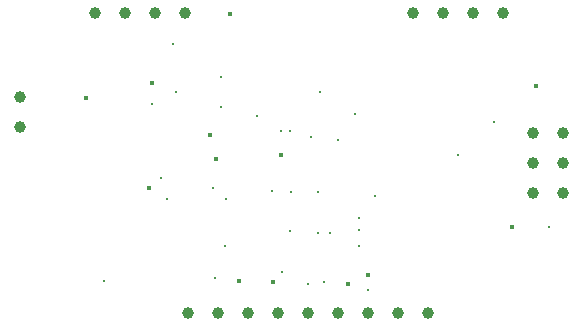
<source format=gbr>
%TF.GenerationSoftware,KiCad,Pcbnew,8.0.8*%
%TF.CreationDate,2025-02-03T21:22:47-04:00*%
%TF.ProjectId,ATMega328P-512K-Datalogger-2L,41544d65-6761-4333-9238-502d3531324b,1*%
%TF.SameCoordinates,Original*%
%TF.FileFunction,Plated,1,2,PTH,Drill*%
%TF.FilePolarity,Positive*%
%FSLAX46Y46*%
G04 Gerber Fmt 4.6, Leading zero omitted, Abs format (unit mm)*
G04 Created by KiCad (PCBNEW 8.0.8) date 2025-02-03 21:22:47*
%MOMM*%
%LPD*%
G01*
G04 APERTURE LIST*
%TA.AperFunction,ViaDrill*%
%ADD10C,0.300000*%
%TD*%
%TA.AperFunction,ViaDrill*%
%ADD11C,0.400000*%
%TD*%
%TA.AperFunction,ComponentDrill*%
%ADD12C,1.000000*%
%TD*%
G04 APERTURE END LIST*
D10*
X132080000Y-112014000D03*
X136144000Y-97028000D03*
X136906000Y-103303000D03*
X137414000Y-105118000D03*
X137922000Y-91948000D03*
X138176000Y-96012000D03*
X141287500Y-104140000D03*
X141478000Y-111760000D03*
X141986000Y-94742000D03*
X141986000Y-97282000D03*
X142367000Y-109093000D03*
X142408186Y-105087120D03*
X145034000Y-98044000D03*
X146304000Y-104394000D03*
X147066000Y-99314000D03*
X147193000Y-111289000D03*
X147812000Y-107791211D03*
X147866003Y-99314000D03*
X147955000Y-104521000D03*
X149352000Y-112268000D03*
X149606000Y-99822000D03*
X150241000Y-104521000D03*
X150241000Y-107950000D03*
X150368000Y-96012000D03*
X150749000Y-112141000D03*
X151221735Y-107985265D03*
X151892000Y-100076000D03*
X153365200Y-97866200D03*
X153670000Y-106680000D03*
X153670000Y-107696000D03*
X153703000Y-109093000D03*
X154432000Y-112776000D03*
X155041600Y-104851200D03*
X162052000Y-101346000D03*
X165100000Y-98552000D03*
X169799000Y-107442000D03*
D11*
X130556000Y-96520000D03*
X135890000Y-104140000D03*
X136144000Y-95250000D03*
X141097000Y-99695000D03*
X141605000Y-101727000D03*
X142748000Y-89408000D03*
X143510000Y-112014000D03*
X146431000Y-112141000D03*
X147066000Y-101346000D03*
X152781000Y-112268000D03*
X154432000Y-111506000D03*
X166624000Y-107442000D03*
X168656000Y-95504000D03*
D12*
%TO.C,BT1*%
X124968000Y-96438000D03*
X124968000Y-98978000D03*
%TO.C,I2C*%
X131350000Y-89370000D03*
X133890000Y-89370000D03*
X136430000Y-89370000D03*
X138970000Y-89370000D03*
%TO.C,GPIO*%
X139192000Y-114770000D03*
X141732000Y-114770000D03*
X144272000Y-114770000D03*
X146812000Y-114770000D03*
X149352000Y-114770000D03*
X151892000Y-114770000D03*
X154432000Y-114770000D03*
X156972000Y-114770000D03*
%TO.C,Serial*%
X158242000Y-89370000D03*
%TO.C,GPIO*%
X159512000Y-114770000D03*
%TO.C,Serial*%
X160782000Y-89370000D03*
X163322000Y-89370000D03*
X165862000Y-89370000D03*
%TO.C,ICSP*%
X168402000Y-99530000D03*
X168402000Y-102070000D03*
X168402000Y-104610000D03*
X170942000Y-99530000D03*
X170942000Y-102070000D03*
X170942000Y-104610000D03*
M02*

</source>
